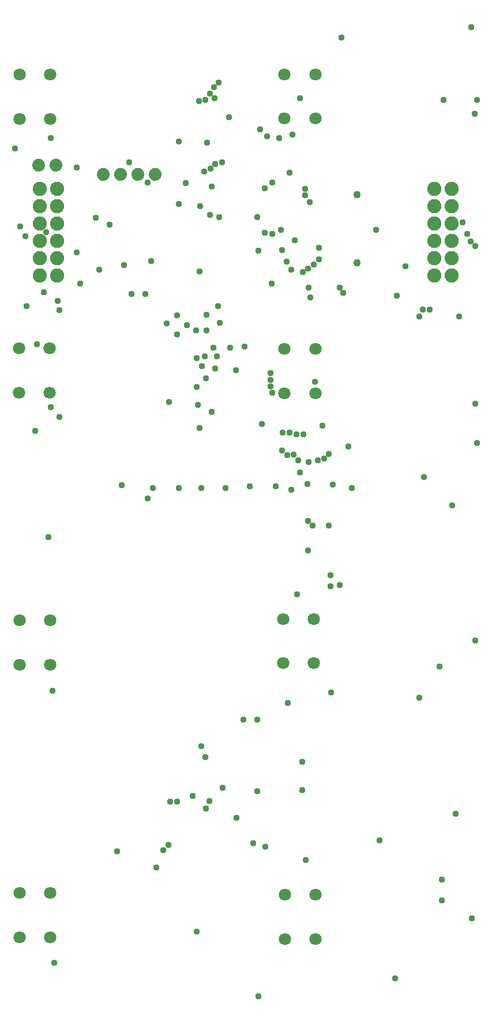
<source format=gbs>
G75*
%MOIN*%
%OFA0B0*%
%FSLAX25Y25*%
%IPPOS*%
%LPD*%
%AMOC8*
5,1,8,0,0,1.08239X$1,22.5*
%
%ADD10C,0.07400*%
%ADD11C,0.04343*%
%ADD12C,0.07099*%
%ADD13C,0.08200*%
%ADD14C,0.03778*%
D10*
X0107994Y0540794D03*
X0117994Y0540794D03*
X0127994Y0540794D03*
X0137994Y0540794D03*
X0080594Y0546094D03*
X0070594Y0546094D03*
D11*
X0254694Y0529179D03*
X0254694Y0489809D03*
D12*
X0059635Y0100498D03*
X0059635Y0126089D03*
X0077352Y0126089D03*
X0077352Y0100498D03*
X0077452Y0257998D03*
X0077452Y0283589D03*
X0059735Y0283589D03*
X0059735Y0257998D03*
X0059235Y0415065D03*
X0059235Y0440656D03*
X0076952Y0440656D03*
X0076952Y0415065D03*
X0077452Y0572998D03*
X0077452Y0598589D03*
X0059735Y0598589D03*
X0059735Y0572998D03*
X0212835Y0573098D03*
X0212835Y0598689D03*
X0230552Y0598689D03*
X0230552Y0573098D03*
X0230552Y0440318D03*
X0212835Y0440318D03*
X0212835Y0414728D03*
X0230552Y0414728D03*
X0229652Y0284389D03*
X0229652Y0258798D03*
X0211935Y0258798D03*
X0211935Y0284389D03*
X0213035Y0125089D03*
X0230752Y0125089D03*
X0230752Y0099498D03*
X0213035Y0099498D03*
D13*
X0299405Y0482683D03*
X0309405Y0482683D03*
X0309405Y0492683D03*
X0309405Y0502683D03*
X0299405Y0502683D03*
X0299405Y0492683D03*
X0299405Y0512683D03*
X0299405Y0522683D03*
X0309405Y0522683D03*
X0309405Y0512683D03*
X0309405Y0532683D03*
X0299405Y0532683D03*
X0081491Y0532683D03*
X0081491Y0522683D03*
X0081491Y0512683D03*
X0081491Y0502683D03*
X0081491Y0492683D03*
X0081491Y0482683D03*
X0071491Y0482683D03*
X0071491Y0492683D03*
X0071491Y0502683D03*
X0071491Y0512683D03*
X0071491Y0522683D03*
X0071491Y0532683D03*
D14*
X0057043Y0555912D03*
X0077594Y0561794D03*
X0092594Y0544794D03*
X0103594Y0515794D03*
X0111594Y0511794D03*
X0120035Y0488589D03*
X0124365Y0472054D03*
X0132239Y0472054D03*
X0135594Y0490794D03*
X0150594Y0459730D03*
X0144594Y0454794D03*
X0150743Y0448431D03*
X0156255Y0453943D03*
X0161594Y0450794D03*
X0167594Y0450794D03*
X0171609Y0440951D03*
X0173609Y0436014D03*
X0166704Y0436046D03*
X0164948Y0430109D03*
X0162192Y0434865D03*
X0167279Y0423235D03*
X0172594Y0428794D03*
X0181452Y0440951D03*
X0184594Y0427794D03*
X0189720Y0441739D03*
X0175546Y0455124D03*
X0174280Y0464794D03*
X0167594Y0459794D03*
X0163594Y0484794D03*
X0175153Y0516148D03*
X0169641Y0517723D03*
X0164129Y0522447D03*
X0170594Y0533794D03*
X0170049Y0544249D03*
X0172828Y0546794D03*
X0176594Y0547794D03*
X0168206Y0559182D03*
X0166283Y0542707D03*
X0155594Y0535794D03*
X0151594Y0523794D03*
X0133594Y0536109D03*
X0123184Y0548069D03*
X0151594Y0559794D03*
X0163243Y0583094D03*
X0167009Y0583794D03*
X0169809Y0587579D03*
X0172349Y0584794D03*
X0171931Y0591131D03*
X0174594Y0593794D03*
X0180594Y0573794D03*
X0198594Y0566794D03*
X0202594Y0562794D03*
X0209594Y0561794D03*
X0217279Y0563786D03*
X0221594Y0584794D03*
X0245594Y0619794D03*
X0215594Y0541794D03*
X0205861Y0536353D03*
X0201531Y0532746D03*
X0197200Y0516148D03*
X0201531Y0507093D03*
X0205861Y0506699D03*
X0210594Y0508794D03*
X0218594Y0502794D03*
X0211373Y0497250D03*
X0214129Y0490557D03*
X0216594Y0485794D03*
X0223269Y0484469D03*
X0226431Y0486631D03*
X0229594Y0488794D03*
X0232594Y0491794D03*
X0232594Y0498739D03*
X0227515Y0524809D03*
X0224594Y0528794D03*
X0224594Y0532559D03*
X0197594Y0496857D03*
X0205468Y0477959D03*
X0226594Y0475464D03*
X0227594Y0469794D03*
X0244711Y0475677D03*
X0246806Y0472447D03*
X0265594Y0508794D03*
X0282594Y0487794D03*
X0277594Y0470794D03*
X0290594Y0458794D03*
X0292594Y0462794D03*
X0296594Y0462794D03*
X0313594Y0458794D03*
X0323184Y0499613D03*
X0320428Y0502369D03*
X0318460Y0506699D03*
X0315704Y0513392D03*
X0322791Y0575991D03*
X0324066Y0583865D03*
X0304594Y0583794D03*
X0320594Y0625794D03*
X0230271Y0421266D03*
X0234594Y0395794D03*
X0223594Y0390794D03*
X0219594Y0390794D03*
X0215594Y0391794D03*
X0211828Y0391794D03*
X0211373Y0381502D03*
X0214283Y0378794D03*
X0218049Y0379339D03*
X0220828Y0375794D03*
X0226594Y0374794D03*
X0221594Y0368794D03*
X0225895Y0362095D03*
X0216594Y0358794D03*
X0207594Y0360794D03*
X0192594Y0360794D03*
X0178594Y0359794D03*
X0164594Y0359794D03*
X0151594Y0359794D03*
X0136594Y0359794D03*
X0133594Y0353794D03*
X0118594Y0361578D03*
X0146019Y0409455D03*
X0162594Y0407794D03*
X0162161Y0418117D03*
X0170594Y0403794D03*
X0163705Y0394682D03*
X0199594Y0396794D03*
X0205594Y0414794D03*
X0204594Y0418559D03*
X0204594Y0422324D03*
X0204594Y0426090D03*
X0231934Y0375794D03*
X0235699Y0376794D03*
X0238309Y0379509D03*
X0249594Y0383794D03*
X0240594Y0361794D03*
X0251594Y0359794D03*
X0238539Y0338195D03*
X0229090Y0338195D03*
X0226334Y0340951D03*
X0226334Y0324022D03*
X0239326Y0309455D03*
X0239326Y0303156D03*
X0244838Y0303943D03*
X0220035Y0298431D03*
X0239594Y0241794D03*
X0223184Y0201975D03*
X0223184Y0185439D03*
X0201594Y0152794D03*
X0194594Y0154794D03*
X0184995Y0169691D03*
X0177121Y0187014D03*
X0169247Y0179140D03*
X0167279Y0174809D03*
X0159798Y0182290D03*
X0150594Y0178794D03*
X0146594Y0178794D03*
X0145594Y0153794D03*
X0142594Y0150794D03*
X0138594Y0140794D03*
X0116098Y0150400D03*
X0079594Y0085794D03*
X0162192Y0103943D03*
X0197594Y0066542D03*
X0225153Y0145282D03*
X0197200Y0185046D03*
X0197200Y0226384D03*
X0188932Y0226384D03*
X0167066Y0204613D03*
X0164594Y0210794D03*
X0214594Y0235794D03*
X0267672Y0156699D03*
X0303594Y0133794D03*
X0303816Y0122016D03*
X0321066Y0111424D03*
X0311594Y0171794D03*
X0290594Y0238794D03*
X0302403Y0256985D03*
X0323066Y0271904D03*
X0309594Y0349794D03*
X0293263Y0366148D03*
X0323972Y0385833D03*
X0323184Y0408668D03*
X0276728Y0076778D03*
X0082594Y0400794D03*
X0077594Y0406464D03*
X0068594Y0392794D03*
X0069594Y0442794D03*
X0063594Y0464794D03*
X0073594Y0472794D03*
X0081594Y0467794D03*
X0082633Y0462605D03*
X0094594Y0477794D03*
X0105594Y0485794D03*
X0092594Y0495794D03*
X0075153Y0507487D03*
X0062948Y0505124D03*
X0060192Y0510880D03*
X0076334Y0331502D03*
X0078594Y0242794D03*
M02*

</source>
